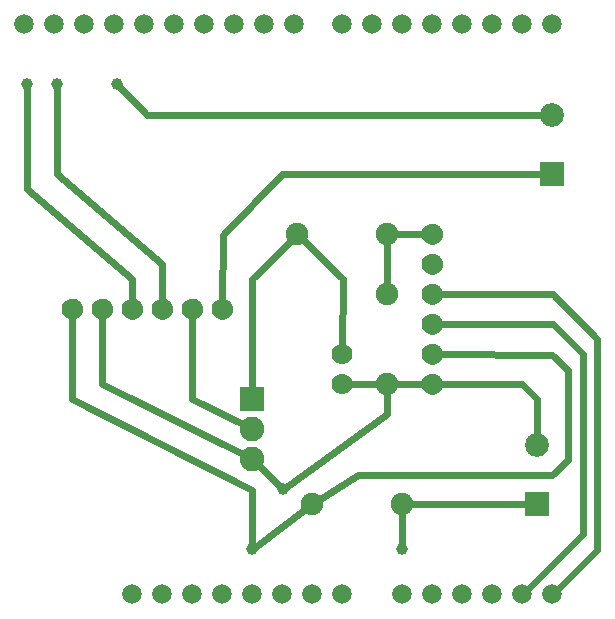
<source format=gbl>
G04 MADE WITH FRITZING*
G04 WWW.FRITZING.ORG*
G04 DOUBLE SIDED*
G04 HOLES PLATED*
G04 CONTOUR ON CENTER OF CONTOUR VECTOR*
%ASAXBY*%
%FSLAX23Y23*%
%MOIN*%
%OFA0B0*%
%SFA1.0B1.0*%
%ADD10C,0.039370*%
%ADD11C,0.070000*%
%ADD12C,0.079370*%
%ADD13C,0.065278*%
%ADD14C,0.082000*%
%ADD15C,0.075000*%
%ADD16R,0.079370X0.079370*%
%ADD17R,0.082000X0.082000*%
%ADD18C,0.024000*%
%ADD19R,0.001000X0.001000*%
%LNCOPPER0*%
G90*
G70*
G54D10*
X899Y252D03*
X1399Y252D03*
X1000Y453D03*
X249Y1802D03*
X149Y1802D03*
X449Y1802D03*
G54D11*
X1499Y802D03*
X1499Y902D03*
X1499Y1002D03*
X1499Y1102D03*
X1499Y1202D03*
X1499Y1302D03*
X299Y1052D03*
X399Y1052D03*
X499Y1052D03*
X599Y1052D03*
X699Y1052D03*
X799Y1052D03*
G54D12*
X1849Y402D03*
X1849Y599D03*
X1899Y1502D03*
X1899Y1699D03*
G54D13*
X1499Y102D03*
X1599Y102D03*
X1699Y102D03*
X1799Y102D03*
X1899Y102D03*
X1039Y2002D03*
X939Y2002D03*
X839Y2002D03*
X739Y2002D03*
X639Y2002D03*
X539Y2002D03*
X439Y2002D03*
X339Y2002D03*
X239Y2002D03*
X139Y2002D03*
X1899Y2002D03*
X1799Y2002D03*
X1699Y2002D03*
X1599Y2002D03*
X1499Y2002D03*
X1399Y2002D03*
X1299Y2002D03*
X1199Y2002D03*
X599Y102D03*
X499Y102D03*
X699Y102D03*
X799Y102D03*
X899Y102D03*
X999Y102D03*
X1099Y102D03*
X1199Y102D03*
X1399Y102D03*
G54D14*
X899Y752D03*
X899Y652D03*
X899Y552D03*
G54D15*
X1099Y402D03*
X1399Y402D03*
X1349Y802D03*
X1349Y1102D03*
X1349Y1302D03*
X1049Y1302D03*
G54D11*
X1199Y902D03*
X1199Y802D03*
G54D16*
X1849Y402D03*
X1899Y1502D03*
G54D17*
X899Y752D03*
G54D18*
X1214Y802D02*
X1331Y802D01*
D02*
X1399Y385D02*
X1399Y259D01*
D02*
X1416Y402D02*
X1829Y402D01*
D02*
X914Y538D02*
X994Y459D01*
D02*
X1348Y703D02*
X1349Y785D01*
D02*
X1006Y458D02*
X1348Y703D01*
D02*
X1349Y1285D02*
X1349Y1120D01*
D02*
X1200Y1154D02*
X1199Y917D01*
D02*
X1061Y1290D02*
X1200Y1154D01*
D02*
X897Y1154D02*
X1036Y1290D01*
D02*
X899Y773D02*
X897Y1154D01*
D02*
X1950Y551D02*
X1950Y851D01*
D02*
X1950Y851D02*
X1899Y901D01*
D02*
X1899Y501D02*
X1950Y551D01*
D02*
X1899Y901D02*
X1514Y902D01*
D02*
X1251Y501D02*
X1899Y501D01*
D02*
X1113Y412D02*
X1251Y501D01*
D02*
X905Y257D02*
X1085Y392D01*
D02*
X299Y753D02*
X299Y1037D01*
D02*
X897Y450D02*
X299Y753D01*
D02*
X899Y260D02*
X897Y450D01*
D02*
X699Y1037D02*
X699Y753D01*
D02*
X699Y753D02*
X880Y662D01*
D02*
X800Y1301D02*
X998Y1503D01*
D02*
X799Y1067D02*
X800Y1301D01*
D02*
X998Y1503D02*
X1879Y1502D01*
D02*
X399Y803D02*
X880Y562D01*
D02*
X399Y1037D02*
X399Y803D01*
D02*
X1900Y1003D02*
X2000Y904D01*
D02*
X2000Y904D02*
X2000Y303D01*
D02*
X1514Y1002D02*
X1900Y1003D01*
D02*
X2000Y303D02*
X1813Y117D01*
D02*
X598Y1204D02*
X248Y1503D01*
D02*
X248Y1503D02*
X249Y1794D01*
D02*
X599Y1067D02*
X598Y1204D01*
D02*
X1900Y1103D02*
X2048Y952D01*
D02*
X2048Y952D02*
X2048Y251D01*
D02*
X1514Y1102D02*
X1900Y1103D01*
D02*
X2048Y251D02*
X1913Y117D01*
D02*
X497Y1154D02*
X147Y1453D01*
D02*
X147Y1453D02*
X149Y1794D01*
D02*
X499Y1067D02*
X497Y1154D01*
D02*
X1366Y1302D02*
X1484Y1302D01*
D02*
X1366Y802D02*
X1484Y802D01*
D02*
X1798Y804D02*
X1514Y802D01*
D02*
X1849Y754D02*
X1798Y804D01*
D02*
X1849Y619D02*
X1849Y754D01*
D02*
X454Y1797D02*
X547Y1701D01*
D02*
X547Y1701D02*
X1879Y1699D01*
G54D19*
X1494Y1337D02*
X1504Y1337D01*
X1490Y1336D02*
X1509Y1336D01*
X1487Y1335D02*
X1511Y1335D01*
X1485Y1334D02*
X1514Y1334D01*
X1483Y1333D02*
X1516Y1333D01*
X1481Y1332D02*
X1517Y1332D01*
X1479Y1331D02*
X1519Y1331D01*
X1478Y1330D02*
X1520Y1330D01*
X1477Y1329D02*
X1522Y1329D01*
X1476Y1328D02*
X1523Y1328D01*
X1475Y1327D02*
X1524Y1327D01*
X1474Y1326D02*
X1525Y1326D01*
X1473Y1325D02*
X1525Y1325D01*
X1472Y1324D02*
X1526Y1324D01*
X1471Y1323D02*
X1527Y1323D01*
X1471Y1322D02*
X1528Y1322D01*
X1470Y1321D02*
X1528Y1321D01*
X1469Y1320D02*
X1529Y1320D01*
X1469Y1319D02*
X1529Y1319D01*
X1468Y1318D02*
X1530Y1318D01*
X1468Y1317D02*
X1494Y1317D01*
X1504Y1317D02*
X1530Y1317D01*
X1467Y1316D02*
X1492Y1316D01*
X1507Y1316D02*
X1531Y1316D01*
X1467Y1315D02*
X1490Y1315D01*
X1508Y1315D02*
X1531Y1315D01*
X1467Y1314D02*
X1489Y1314D01*
X1509Y1314D02*
X1531Y1314D01*
X1466Y1313D02*
X1488Y1313D01*
X1510Y1313D02*
X1532Y1313D01*
X1466Y1312D02*
X1487Y1312D01*
X1511Y1312D02*
X1532Y1312D01*
X1466Y1311D02*
X1486Y1311D01*
X1512Y1311D02*
X1532Y1311D01*
X1466Y1310D02*
X1485Y1310D01*
X1513Y1310D02*
X1533Y1310D01*
X1465Y1309D02*
X1485Y1309D01*
X1513Y1309D02*
X1533Y1309D01*
X1465Y1308D02*
X1484Y1308D01*
X1514Y1308D02*
X1533Y1308D01*
X1465Y1307D02*
X1484Y1307D01*
X1514Y1307D02*
X1533Y1307D01*
X1465Y1306D02*
X1484Y1306D01*
X1514Y1306D02*
X1533Y1306D01*
X1465Y1305D02*
X1484Y1305D01*
X1514Y1305D02*
X1533Y1305D01*
X1465Y1304D02*
X1484Y1304D01*
X1515Y1304D02*
X1534Y1304D01*
X1465Y1303D02*
X1484Y1303D01*
X1515Y1303D02*
X1534Y1303D01*
X1465Y1302D02*
X1484Y1302D01*
X1515Y1302D02*
X1534Y1302D01*
X1465Y1301D02*
X1484Y1301D01*
X1514Y1301D02*
X1533Y1301D01*
X1465Y1300D02*
X1484Y1300D01*
X1514Y1300D02*
X1533Y1300D01*
X1465Y1299D02*
X1484Y1299D01*
X1514Y1299D02*
X1533Y1299D01*
X1465Y1298D02*
X1484Y1298D01*
X1514Y1298D02*
X1533Y1298D01*
X1465Y1297D02*
X1485Y1297D01*
X1514Y1297D02*
X1533Y1297D01*
X1465Y1296D02*
X1485Y1296D01*
X1513Y1296D02*
X1533Y1296D01*
X1466Y1295D02*
X1486Y1295D01*
X1513Y1295D02*
X1533Y1295D01*
X1466Y1294D02*
X1486Y1294D01*
X1512Y1294D02*
X1532Y1294D01*
X1466Y1293D02*
X1487Y1293D01*
X1511Y1293D02*
X1532Y1293D01*
X1466Y1292D02*
X1488Y1292D01*
X1510Y1292D02*
X1532Y1292D01*
X1467Y1291D02*
X1489Y1291D01*
X1509Y1291D02*
X1531Y1291D01*
X1467Y1290D02*
X1490Y1290D01*
X1508Y1290D02*
X1531Y1290D01*
X1468Y1289D02*
X1492Y1289D01*
X1506Y1289D02*
X1531Y1289D01*
X1468Y1288D02*
X1495Y1288D01*
X1503Y1288D02*
X1530Y1288D01*
X1469Y1287D02*
X1530Y1287D01*
X1469Y1286D02*
X1529Y1286D01*
X1470Y1285D02*
X1529Y1285D01*
X1470Y1284D02*
X1528Y1284D01*
X1471Y1283D02*
X1527Y1283D01*
X1471Y1282D02*
X1527Y1282D01*
X1472Y1281D02*
X1526Y1281D01*
X1473Y1280D02*
X1525Y1280D01*
X1474Y1279D02*
X1524Y1279D01*
X1475Y1278D02*
X1523Y1278D01*
X1476Y1277D02*
X1522Y1277D01*
X1477Y1276D02*
X1521Y1276D01*
X1478Y1275D02*
X1520Y1275D01*
X1480Y1274D02*
X1519Y1274D01*
X1481Y1273D02*
X1517Y1273D01*
X1483Y1272D02*
X1515Y1272D01*
X1485Y1271D02*
X1513Y1271D01*
X1488Y1270D02*
X1511Y1270D01*
X1491Y1269D02*
X1508Y1269D01*
X1495Y1268D02*
X1503Y1268D01*
X1494Y1237D02*
X1505Y1237D01*
X1490Y1236D02*
X1509Y1236D01*
X1487Y1235D02*
X1511Y1235D01*
X1485Y1234D02*
X1514Y1234D01*
X1483Y1233D02*
X1516Y1233D01*
X1481Y1232D02*
X1517Y1232D01*
X1479Y1231D02*
X1519Y1231D01*
X1478Y1230D02*
X1520Y1230D01*
X1477Y1229D02*
X1522Y1229D01*
X1476Y1228D02*
X1523Y1228D01*
X1475Y1227D02*
X1524Y1227D01*
X1474Y1226D02*
X1525Y1226D01*
X1473Y1225D02*
X1525Y1225D01*
X1472Y1224D02*
X1526Y1224D01*
X1471Y1223D02*
X1527Y1223D01*
X1471Y1222D02*
X1528Y1222D01*
X1470Y1221D02*
X1528Y1221D01*
X1469Y1220D02*
X1529Y1220D01*
X1469Y1219D02*
X1529Y1219D01*
X1468Y1218D02*
X1530Y1218D01*
X1468Y1217D02*
X1494Y1217D01*
X1504Y1217D02*
X1530Y1217D01*
X1467Y1216D02*
X1492Y1216D01*
X1507Y1216D02*
X1531Y1216D01*
X1467Y1215D02*
X1490Y1215D01*
X1508Y1215D02*
X1531Y1215D01*
X1467Y1214D02*
X1489Y1214D01*
X1509Y1214D02*
X1531Y1214D01*
X1466Y1213D02*
X1488Y1213D01*
X1510Y1213D02*
X1532Y1213D01*
X1466Y1212D02*
X1487Y1212D01*
X1511Y1212D02*
X1532Y1212D01*
X1466Y1211D02*
X1486Y1211D01*
X1512Y1211D02*
X1532Y1211D01*
X1466Y1210D02*
X1485Y1210D01*
X1513Y1210D02*
X1533Y1210D01*
X1465Y1209D02*
X1485Y1209D01*
X1513Y1209D02*
X1533Y1209D01*
X1465Y1208D02*
X1484Y1208D01*
X1514Y1208D02*
X1533Y1208D01*
X1465Y1207D02*
X1484Y1207D01*
X1514Y1207D02*
X1533Y1207D01*
X1465Y1206D02*
X1484Y1206D01*
X1514Y1206D02*
X1533Y1206D01*
X1465Y1205D02*
X1484Y1205D01*
X1514Y1205D02*
X1533Y1205D01*
X1465Y1204D02*
X1484Y1204D01*
X1515Y1204D02*
X1534Y1204D01*
X1465Y1203D02*
X1484Y1203D01*
X1515Y1203D02*
X1534Y1203D01*
X1465Y1202D02*
X1484Y1202D01*
X1515Y1202D02*
X1534Y1202D01*
X1465Y1201D02*
X1484Y1201D01*
X1514Y1201D02*
X1533Y1201D01*
X1465Y1200D02*
X1484Y1200D01*
X1514Y1200D02*
X1533Y1200D01*
X1465Y1199D02*
X1484Y1199D01*
X1514Y1199D02*
X1533Y1199D01*
X1465Y1198D02*
X1484Y1198D01*
X1514Y1198D02*
X1533Y1198D01*
X1465Y1197D02*
X1485Y1197D01*
X1514Y1197D02*
X1533Y1197D01*
X1465Y1196D02*
X1485Y1196D01*
X1513Y1196D02*
X1533Y1196D01*
X1466Y1195D02*
X1486Y1195D01*
X1513Y1195D02*
X1533Y1195D01*
X1466Y1194D02*
X1486Y1194D01*
X1512Y1194D02*
X1532Y1194D01*
X1466Y1193D02*
X1487Y1193D01*
X1511Y1193D02*
X1532Y1193D01*
X1466Y1192D02*
X1488Y1192D01*
X1510Y1192D02*
X1532Y1192D01*
X1467Y1191D02*
X1489Y1191D01*
X1509Y1191D02*
X1531Y1191D01*
X1467Y1190D02*
X1490Y1190D01*
X1508Y1190D02*
X1531Y1190D01*
X1468Y1189D02*
X1492Y1189D01*
X1506Y1189D02*
X1531Y1189D01*
X1468Y1188D02*
X1495Y1188D01*
X1503Y1188D02*
X1530Y1188D01*
X1469Y1187D02*
X1530Y1187D01*
X1469Y1186D02*
X1529Y1186D01*
X1470Y1185D02*
X1529Y1185D01*
X1470Y1184D02*
X1528Y1184D01*
X1471Y1183D02*
X1527Y1183D01*
X1471Y1182D02*
X1527Y1182D01*
X1472Y1181D02*
X1526Y1181D01*
X1473Y1180D02*
X1525Y1180D01*
X1474Y1179D02*
X1524Y1179D01*
X1475Y1178D02*
X1523Y1178D01*
X1476Y1177D02*
X1522Y1177D01*
X1477Y1176D02*
X1521Y1176D01*
X1478Y1175D02*
X1520Y1175D01*
X1480Y1174D02*
X1519Y1174D01*
X1481Y1173D02*
X1517Y1173D01*
X1483Y1172D02*
X1515Y1172D01*
X1485Y1171D02*
X1513Y1171D01*
X1488Y1170D02*
X1511Y1170D01*
X1491Y1169D02*
X1508Y1169D01*
X1495Y1168D02*
X1503Y1168D01*
X1494Y1137D02*
X1505Y1137D01*
X1490Y1136D02*
X1509Y1136D01*
X1487Y1135D02*
X1511Y1135D01*
X1485Y1134D02*
X1514Y1134D01*
X1483Y1133D02*
X1516Y1133D01*
X1481Y1132D02*
X1517Y1132D01*
X1479Y1131D02*
X1519Y1131D01*
X1478Y1130D02*
X1520Y1130D01*
X1477Y1129D02*
X1522Y1129D01*
X1476Y1128D02*
X1523Y1128D01*
X1475Y1127D02*
X1524Y1127D01*
X1474Y1126D02*
X1525Y1126D01*
X1473Y1125D02*
X1525Y1125D01*
X1472Y1124D02*
X1526Y1124D01*
X1471Y1123D02*
X1527Y1123D01*
X1471Y1122D02*
X1528Y1122D01*
X1470Y1121D02*
X1528Y1121D01*
X1469Y1120D02*
X1529Y1120D01*
X1469Y1119D02*
X1529Y1119D01*
X1468Y1118D02*
X1530Y1118D01*
X1468Y1117D02*
X1494Y1117D01*
X1504Y1117D02*
X1530Y1117D01*
X1467Y1116D02*
X1492Y1116D01*
X1507Y1116D02*
X1531Y1116D01*
X1467Y1115D02*
X1490Y1115D01*
X1508Y1115D02*
X1531Y1115D01*
X1467Y1114D02*
X1489Y1114D01*
X1509Y1114D02*
X1531Y1114D01*
X1466Y1113D02*
X1488Y1113D01*
X1510Y1113D02*
X1532Y1113D01*
X1466Y1112D02*
X1487Y1112D01*
X1511Y1112D02*
X1532Y1112D01*
X1466Y1111D02*
X1486Y1111D01*
X1512Y1111D02*
X1532Y1111D01*
X1466Y1110D02*
X1485Y1110D01*
X1513Y1110D02*
X1533Y1110D01*
X1465Y1109D02*
X1485Y1109D01*
X1513Y1109D02*
X1533Y1109D01*
X1465Y1108D02*
X1484Y1108D01*
X1514Y1108D02*
X1533Y1108D01*
X1465Y1107D02*
X1484Y1107D01*
X1514Y1107D02*
X1533Y1107D01*
X1465Y1106D02*
X1484Y1106D01*
X1514Y1106D02*
X1533Y1106D01*
X1465Y1105D02*
X1484Y1105D01*
X1514Y1105D02*
X1533Y1105D01*
X1465Y1104D02*
X1484Y1104D01*
X1515Y1104D02*
X1534Y1104D01*
X1465Y1103D02*
X1484Y1103D01*
X1515Y1103D02*
X1534Y1103D01*
X1465Y1102D02*
X1484Y1102D01*
X1515Y1102D02*
X1534Y1102D01*
X1465Y1101D02*
X1484Y1101D01*
X1514Y1101D02*
X1533Y1101D01*
X1465Y1100D02*
X1484Y1100D01*
X1514Y1100D02*
X1533Y1100D01*
X1465Y1099D02*
X1484Y1099D01*
X1514Y1099D02*
X1533Y1099D01*
X1465Y1098D02*
X1484Y1098D01*
X1514Y1098D02*
X1533Y1098D01*
X1465Y1097D02*
X1485Y1097D01*
X1514Y1097D02*
X1533Y1097D01*
X1465Y1096D02*
X1485Y1096D01*
X1513Y1096D02*
X1533Y1096D01*
X1466Y1095D02*
X1486Y1095D01*
X1513Y1095D02*
X1533Y1095D01*
X1466Y1094D02*
X1486Y1094D01*
X1512Y1094D02*
X1532Y1094D01*
X1466Y1093D02*
X1487Y1093D01*
X1511Y1093D02*
X1532Y1093D01*
X1466Y1092D02*
X1488Y1092D01*
X1510Y1092D02*
X1532Y1092D01*
X1467Y1091D02*
X1489Y1091D01*
X1509Y1091D02*
X1531Y1091D01*
X1467Y1090D02*
X1490Y1090D01*
X1508Y1090D02*
X1531Y1090D01*
X1468Y1089D02*
X1492Y1089D01*
X1506Y1089D02*
X1531Y1089D01*
X1468Y1088D02*
X1495Y1088D01*
X1503Y1088D02*
X1530Y1088D01*
X294Y1087D02*
X305Y1087D01*
X394Y1087D02*
X405Y1087D01*
X494Y1087D02*
X505Y1087D01*
X594Y1087D02*
X605Y1087D01*
X694Y1087D02*
X705Y1087D01*
X794Y1087D02*
X805Y1087D01*
X1469Y1087D02*
X1530Y1087D01*
X290Y1086D02*
X309Y1086D01*
X390Y1086D02*
X409Y1086D01*
X490Y1086D02*
X509Y1086D01*
X590Y1086D02*
X609Y1086D01*
X690Y1086D02*
X709Y1086D01*
X790Y1086D02*
X809Y1086D01*
X1469Y1086D02*
X1529Y1086D01*
X287Y1085D02*
X312Y1085D01*
X387Y1085D02*
X412Y1085D01*
X487Y1085D02*
X512Y1085D01*
X587Y1085D02*
X612Y1085D01*
X687Y1085D02*
X712Y1085D01*
X787Y1085D02*
X811Y1085D01*
X1470Y1085D02*
X1529Y1085D01*
X285Y1084D02*
X314Y1084D01*
X385Y1084D02*
X414Y1084D01*
X485Y1084D02*
X514Y1084D01*
X585Y1084D02*
X614Y1084D01*
X685Y1084D02*
X714Y1084D01*
X785Y1084D02*
X814Y1084D01*
X1470Y1084D02*
X1528Y1084D01*
X283Y1083D02*
X316Y1083D01*
X383Y1083D02*
X416Y1083D01*
X483Y1083D02*
X516Y1083D01*
X583Y1083D02*
X616Y1083D01*
X683Y1083D02*
X716Y1083D01*
X783Y1083D02*
X816Y1083D01*
X1471Y1083D02*
X1527Y1083D01*
X281Y1082D02*
X318Y1082D01*
X381Y1082D02*
X418Y1082D01*
X481Y1082D02*
X518Y1082D01*
X581Y1082D02*
X618Y1082D01*
X681Y1082D02*
X717Y1082D01*
X781Y1082D02*
X817Y1082D01*
X1471Y1082D02*
X1527Y1082D01*
X279Y1081D02*
X319Y1081D01*
X379Y1081D02*
X419Y1081D01*
X479Y1081D02*
X519Y1081D01*
X579Y1081D02*
X619Y1081D01*
X679Y1081D02*
X719Y1081D01*
X779Y1081D02*
X819Y1081D01*
X1472Y1081D02*
X1526Y1081D01*
X278Y1080D02*
X320Y1080D01*
X378Y1080D02*
X420Y1080D01*
X478Y1080D02*
X520Y1080D01*
X578Y1080D02*
X620Y1080D01*
X678Y1080D02*
X720Y1080D01*
X778Y1080D02*
X820Y1080D01*
X1473Y1080D02*
X1525Y1080D01*
X277Y1079D02*
X322Y1079D01*
X377Y1079D02*
X422Y1079D01*
X477Y1079D02*
X522Y1079D01*
X577Y1079D02*
X622Y1079D01*
X677Y1079D02*
X722Y1079D01*
X777Y1079D02*
X822Y1079D01*
X1474Y1079D02*
X1524Y1079D01*
X276Y1078D02*
X323Y1078D01*
X376Y1078D02*
X423Y1078D01*
X476Y1078D02*
X523Y1078D01*
X576Y1078D02*
X623Y1078D01*
X676Y1078D02*
X723Y1078D01*
X776Y1078D02*
X823Y1078D01*
X1475Y1078D02*
X1523Y1078D01*
X275Y1077D02*
X324Y1077D01*
X375Y1077D02*
X424Y1077D01*
X475Y1077D02*
X524Y1077D01*
X575Y1077D02*
X624Y1077D01*
X675Y1077D02*
X724Y1077D01*
X775Y1077D02*
X824Y1077D01*
X1476Y1077D02*
X1522Y1077D01*
X274Y1076D02*
X325Y1076D01*
X374Y1076D02*
X425Y1076D01*
X474Y1076D02*
X525Y1076D01*
X574Y1076D02*
X625Y1076D01*
X674Y1076D02*
X725Y1076D01*
X774Y1076D02*
X825Y1076D01*
X1477Y1076D02*
X1521Y1076D01*
X273Y1075D02*
X326Y1075D01*
X373Y1075D02*
X426Y1075D01*
X473Y1075D02*
X526Y1075D01*
X573Y1075D02*
X626Y1075D01*
X673Y1075D02*
X726Y1075D01*
X773Y1075D02*
X826Y1075D01*
X1478Y1075D02*
X1520Y1075D01*
X272Y1074D02*
X326Y1074D01*
X372Y1074D02*
X426Y1074D01*
X472Y1074D02*
X526Y1074D01*
X572Y1074D02*
X626Y1074D01*
X672Y1074D02*
X726Y1074D01*
X772Y1074D02*
X826Y1074D01*
X1480Y1074D02*
X1519Y1074D01*
X271Y1073D02*
X327Y1073D01*
X371Y1073D02*
X427Y1073D01*
X471Y1073D02*
X527Y1073D01*
X571Y1073D02*
X627Y1073D01*
X671Y1073D02*
X727Y1073D01*
X771Y1073D02*
X827Y1073D01*
X1481Y1073D02*
X1517Y1073D01*
X271Y1072D02*
X328Y1072D01*
X371Y1072D02*
X428Y1072D01*
X471Y1072D02*
X528Y1072D01*
X571Y1072D02*
X628Y1072D01*
X671Y1072D02*
X728Y1072D01*
X771Y1072D02*
X828Y1072D01*
X1483Y1072D02*
X1515Y1072D01*
X270Y1071D02*
X328Y1071D01*
X370Y1071D02*
X428Y1071D01*
X470Y1071D02*
X528Y1071D01*
X570Y1071D02*
X628Y1071D01*
X670Y1071D02*
X728Y1071D01*
X770Y1071D02*
X828Y1071D01*
X1485Y1071D02*
X1513Y1071D01*
X270Y1070D02*
X329Y1070D01*
X370Y1070D02*
X429Y1070D01*
X470Y1070D02*
X529Y1070D01*
X570Y1070D02*
X629Y1070D01*
X670Y1070D02*
X729Y1070D01*
X770Y1070D02*
X829Y1070D01*
X1488Y1070D02*
X1511Y1070D01*
X269Y1069D02*
X330Y1069D01*
X369Y1069D02*
X430Y1069D01*
X469Y1069D02*
X529Y1069D01*
X569Y1069D02*
X629Y1069D01*
X669Y1069D02*
X729Y1069D01*
X769Y1069D02*
X829Y1069D01*
X1491Y1069D02*
X1508Y1069D01*
X269Y1068D02*
X330Y1068D01*
X369Y1068D02*
X430Y1068D01*
X469Y1068D02*
X530Y1068D01*
X569Y1068D02*
X630Y1068D01*
X668Y1068D02*
X730Y1068D01*
X768Y1068D02*
X830Y1068D01*
X1495Y1068D02*
X1503Y1068D01*
X268Y1067D02*
X294Y1067D01*
X304Y1067D02*
X330Y1067D01*
X368Y1067D02*
X394Y1067D01*
X404Y1067D02*
X430Y1067D01*
X468Y1067D02*
X494Y1067D01*
X504Y1067D02*
X530Y1067D01*
X568Y1067D02*
X594Y1067D01*
X604Y1067D02*
X630Y1067D01*
X668Y1067D02*
X694Y1067D01*
X704Y1067D02*
X730Y1067D01*
X768Y1067D02*
X794Y1067D01*
X804Y1067D02*
X830Y1067D01*
X268Y1066D02*
X292Y1066D01*
X307Y1066D02*
X331Y1066D01*
X368Y1066D02*
X392Y1066D01*
X407Y1066D02*
X431Y1066D01*
X468Y1066D02*
X492Y1066D01*
X507Y1066D02*
X531Y1066D01*
X568Y1066D02*
X592Y1066D01*
X607Y1066D02*
X631Y1066D01*
X668Y1066D02*
X692Y1066D01*
X707Y1066D02*
X731Y1066D01*
X768Y1066D02*
X792Y1066D01*
X807Y1066D02*
X831Y1066D01*
X267Y1065D02*
X290Y1065D01*
X308Y1065D02*
X331Y1065D01*
X367Y1065D02*
X390Y1065D01*
X408Y1065D02*
X431Y1065D01*
X467Y1065D02*
X490Y1065D01*
X508Y1065D02*
X531Y1065D01*
X567Y1065D02*
X590Y1065D01*
X608Y1065D02*
X631Y1065D01*
X667Y1065D02*
X690Y1065D01*
X708Y1065D02*
X731Y1065D01*
X767Y1065D02*
X790Y1065D01*
X808Y1065D02*
X831Y1065D01*
X267Y1064D02*
X289Y1064D01*
X310Y1064D02*
X332Y1064D01*
X367Y1064D02*
X389Y1064D01*
X410Y1064D02*
X432Y1064D01*
X467Y1064D02*
X489Y1064D01*
X509Y1064D02*
X532Y1064D01*
X567Y1064D02*
X589Y1064D01*
X609Y1064D02*
X632Y1064D01*
X667Y1064D02*
X689Y1064D01*
X709Y1064D02*
X732Y1064D01*
X767Y1064D02*
X789Y1064D01*
X809Y1064D02*
X832Y1064D01*
X267Y1063D02*
X288Y1063D01*
X311Y1063D02*
X332Y1063D01*
X367Y1063D02*
X388Y1063D01*
X411Y1063D02*
X432Y1063D01*
X466Y1063D02*
X488Y1063D01*
X511Y1063D02*
X532Y1063D01*
X566Y1063D02*
X588Y1063D01*
X611Y1063D02*
X632Y1063D01*
X666Y1063D02*
X688Y1063D01*
X711Y1063D02*
X732Y1063D01*
X766Y1063D02*
X788Y1063D01*
X811Y1063D02*
X832Y1063D01*
X266Y1062D02*
X287Y1062D01*
X311Y1062D02*
X332Y1062D01*
X366Y1062D02*
X387Y1062D01*
X411Y1062D02*
X432Y1062D01*
X466Y1062D02*
X487Y1062D01*
X511Y1062D02*
X532Y1062D01*
X566Y1062D02*
X587Y1062D01*
X611Y1062D02*
X632Y1062D01*
X666Y1062D02*
X687Y1062D01*
X711Y1062D02*
X732Y1062D01*
X766Y1062D02*
X787Y1062D01*
X811Y1062D02*
X832Y1062D01*
X266Y1061D02*
X286Y1061D01*
X312Y1061D02*
X333Y1061D01*
X366Y1061D02*
X386Y1061D01*
X412Y1061D02*
X433Y1061D01*
X466Y1061D02*
X486Y1061D01*
X512Y1061D02*
X533Y1061D01*
X566Y1061D02*
X586Y1061D01*
X612Y1061D02*
X633Y1061D01*
X666Y1061D02*
X686Y1061D01*
X712Y1061D02*
X733Y1061D01*
X766Y1061D02*
X786Y1061D01*
X812Y1061D02*
X833Y1061D01*
X266Y1060D02*
X286Y1060D01*
X313Y1060D02*
X333Y1060D01*
X366Y1060D02*
X386Y1060D01*
X413Y1060D02*
X433Y1060D01*
X466Y1060D02*
X486Y1060D01*
X513Y1060D02*
X533Y1060D01*
X566Y1060D02*
X586Y1060D01*
X613Y1060D02*
X633Y1060D01*
X666Y1060D02*
X686Y1060D01*
X713Y1060D02*
X733Y1060D01*
X766Y1060D02*
X786Y1060D01*
X813Y1060D02*
X833Y1060D01*
X265Y1059D02*
X285Y1059D01*
X314Y1059D02*
X333Y1059D01*
X365Y1059D02*
X385Y1059D01*
X413Y1059D02*
X433Y1059D01*
X465Y1059D02*
X485Y1059D01*
X513Y1059D02*
X533Y1059D01*
X565Y1059D02*
X585Y1059D01*
X613Y1059D02*
X633Y1059D01*
X665Y1059D02*
X685Y1059D01*
X713Y1059D02*
X733Y1059D01*
X765Y1059D02*
X785Y1059D01*
X813Y1059D02*
X833Y1059D01*
X265Y1058D02*
X285Y1058D01*
X314Y1058D02*
X333Y1058D01*
X365Y1058D02*
X385Y1058D01*
X414Y1058D02*
X433Y1058D01*
X465Y1058D02*
X485Y1058D01*
X514Y1058D02*
X533Y1058D01*
X565Y1058D02*
X585Y1058D01*
X614Y1058D02*
X633Y1058D01*
X665Y1058D02*
X685Y1058D01*
X714Y1058D02*
X733Y1058D01*
X765Y1058D02*
X785Y1058D01*
X814Y1058D02*
X833Y1058D01*
X265Y1057D02*
X284Y1057D01*
X314Y1057D02*
X333Y1057D01*
X365Y1057D02*
X384Y1057D01*
X414Y1057D02*
X433Y1057D01*
X465Y1057D02*
X484Y1057D01*
X514Y1057D02*
X533Y1057D01*
X565Y1057D02*
X584Y1057D01*
X614Y1057D02*
X633Y1057D01*
X665Y1057D02*
X684Y1057D01*
X714Y1057D02*
X733Y1057D01*
X765Y1057D02*
X784Y1057D01*
X814Y1057D02*
X833Y1057D01*
X265Y1056D02*
X284Y1056D01*
X314Y1056D02*
X334Y1056D01*
X365Y1056D02*
X384Y1056D01*
X414Y1056D02*
X434Y1056D01*
X465Y1056D02*
X484Y1056D01*
X514Y1056D02*
X534Y1056D01*
X565Y1056D02*
X584Y1056D01*
X614Y1056D02*
X634Y1056D01*
X665Y1056D02*
X684Y1056D01*
X714Y1056D02*
X734Y1056D01*
X765Y1056D02*
X784Y1056D01*
X814Y1056D02*
X833Y1056D01*
X265Y1055D02*
X284Y1055D01*
X315Y1055D02*
X334Y1055D01*
X365Y1055D02*
X384Y1055D01*
X415Y1055D02*
X434Y1055D01*
X465Y1055D02*
X484Y1055D01*
X515Y1055D02*
X534Y1055D01*
X565Y1055D02*
X584Y1055D01*
X615Y1055D02*
X634Y1055D01*
X665Y1055D02*
X684Y1055D01*
X715Y1055D02*
X734Y1055D01*
X765Y1055D02*
X784Y1055D01*
X815Y1055D02*
X834Y1055D01*
X265Y1054D02*
X284Y1054D01*
X315Y1054D02*
X334Y1054D01*
X365Y1054D02*
X384Y1054D01*
X415Y1054D02*
X434Y1054D01*
X465Y1054D02*
X484Y1054D01*
X515Y1054D02*
X534Y1054D01*
X565Y1054D02*
X584Y1054D01*
X615Y1054D02*
X634Y1054D01*
X665Y1054D02*
X684Y1054D01*
X715Y1054D02*
X734Y1054D01*
X765Y1054D02*
X784Y1054D01*
X815Y1054D02*
X834Y1054D01*
X265Y1053D02*
X284Y1053D01*
X315Y1053D02*
X334Y1053D01*
X365Y1053D02*
X384Y1053D01*
X415Y1053D02*
X434Y1053D01*
X465Y1053D02*
X484Y1053D01*
X515Y1053D02*
X534Y1053D01*
X565Y1053D02*
X584Y1053D01*
X615Y1053D02*
X634Y1053D01*
X665Y1053D02*
X684Y1053D01*
X715Y1053D02*
X734Y1053D01*
X765Y1053D02*
X784Y1053D01*
X815Y1053D02*
X834Y1053D01*
X265Y1052D02*
X284Y1052D01*
X315Y1052D02*
X334Y1052D01*
X365Y1052D02*
X384Y1052D01*
X415Y1052D02*
X434Y1052D01*
X465Y1052D02*
X484Y1052D01*
X515Y1052D02*
X534Y1052D01*
X565Y1052D02*
X584Y1052D01*
X615Y1052D02*
X634Y1052D01*
X665Y1052D02*
X684Y1052D01*
X715Y1052D02*
X734Y1052D01*
X765Y1052D02*
X784Y1052D01*
X815Y1052D02*
X834Y1052D01*
X265Y1051D02*
X284Y1051D01*
X315Y1051D02*
X334Y1051D01*
X365Y1051D02*
X384Y1051D01*
X415Y1051D02*
X434Y1051D01*
X465Y1051D02*
X484Y1051D01*
X515Y1051D02*
X534Y1051D01*
X565Y1051D02*
X584Y1051D01*
X615Y1051D02*
X634Y1051D01*
X665Y1051D02*
X684Y1051D01*
X715Y1051D02*
X734Y1051D01*
X765Y1051D02*
X784Y1051D01*
X815Y1051D02*
X834Y1051D01*
X265Y1050D02*
X284Y1050D01*
X315Y1050D02*
X334Y1050D01*
X365Y1050D02*
X384Y1050D01*
X415Y1050D02*
X434Y1050D01*
X465Y1050D02*
X484Y1050D01*
X515Y1050D02*
X534Y1050D01*
X565Y1050D02*
X584Y1050D01*
X615Y1050D02*
X634Y1050D01*
X665Y1050D02*
X684Y1050D01*
X715Y1050D02*
X734Y1050D01*
X765Y1050D02*
X784Y1050D01*
X815Y1050D02*
X834Y1050D01*
X265Y1049D02*
X284Y1049D01*
X314Y1049D02*
X334Y1049D01*
X365Y1049D02*
X384Y1049D01*
X414Y1049D02*
X434Y1049D01*
X465Y1049D02*
X484Y1049D01*
X514Y1049D02*
X533Y1049D01*
X565Y1049D02*
X584Y1049D01*
X614Y1049D02*
X633Y1049D01*
X665Y1049D02*
X684Y1049D01*
X714Y1049D02*
X733Y1049D01*
X765Y1049D02*
X784Y1049D01*
X814Y1049D02*
X833Y1049D01*
X265Y1048D02*
X284Y1048D01*
X314Y1048D02*
X333Y1048D01*
X365Y1048D02*
X384Y1048D01*
X414Y1048D02*
X433Y1048D01*
X465Y1048D02*
X484Y1048D01*
X514Y1048D02*
X533Y1048D01*
X565Y1048D02*
X584Y1048D01*
X614Y1048D02*
X633Y1048D01*
X665Y1048D02*
X684Y1048D01*
X714Y1048D02*
X733Y1048D01*
X765Y1048D02*
X784Y1048D01*
X814Y1048D02*
X833Y1048D01*
X265Y1047D02*
X285Y1047D01*
X314Y1047D02*
X333Y1047D01*
X365Y1047D02*
X385Y1047D01*
X414Y1047D02*
X433Y1047D01*
X465Y1047D02*
X485Y1047D01*
X514Y1047D02*
X533Y1047D01*
X565Y1047D02*
X585Y1047D01*
X614Y1047D02*
X633Y1047D01*
X665Y1047D02*
X685Y1047D01*
X714Y1047D02*
X733Y1047D01*
X765Y1047D02*
X785Y1047D01*
X814Y1047D02*
X833Y1047D01*
X266Y1046D02*
X285Y1046D01*
X313Y1046D02*
X333Y1046D01*
X366Y1046D02*
X385Y1046D01*
X413Y1046D02*
X433Y1046D01*
X465Y1046D02*
X485Y1046D01*
X513Y1046D02*
X533Y1046D01*
X565Y1046D02*
X585Y1046D01*
X613Y1046D02*
X633Y1046D01*
X665Y1046D02*
X685Y1046D01*
X713Y1046D02*
X733Y1046D01*
X765Y1046D02*
X785Y1046D01*
X813Y1046D02*
X833Y1046D01*
X266Y1045D02*
X286Y1045D01*
X313Y1045D02*
X333Y1045D01*
X366Y1045D02*
X386Y1045D01*
X413Y1045D02*
X433Y1045D01*
X466Y1045D02*
X486Y1045D01*
X513Y1045D02*
X533Y1045D01*
X566Y1045D02*
X586Y1045D01*
X613Y1045D02*
X633Y1045D01*
X666Y1045D02*
X686Y1045D01*
X713Y1045D02*
X733Y1045D01*
X766Y1045D02*
X786Y1045D01*
X813Y1045D02*
X833Y1045D01*
X266Y1044D02*
X286Y1044D01*
X312Y1044D02*
X332Y1044D01*
X366Y1044D02*
X386Y1044D01*
X412Y1044D02*
X432Y1044D01*
X466Y1044D02*
X486Y1044D01*
X512Y1044D02*
X532Y1044D01*
X566Y1044D02*
X586Y1044D01*
X612Y1044D02*
X632Y1044D01*
X666Y1044D02*
X686Y1044D01*
X712Y1044D02*
X732Y1044D01*
X766Y1044D02*
X786Y1044D01*
X812Y1044D02*
X832Y1044D01*
X266Y1043D02*
X287Y1043D01*
X311Y1043D02*
X332Y1043D01*
X366Y1043D02*
X387Y1043D01*
X411Y1043D02*
X432Y1043D01*
X466Y1043D02*
X487Y1043D01*
X511Y1043D02*
X532Y1043D01*
X566Y1043D02*
X587Y1043D01*
X611Y1043D02*
X632Y1043D01*
X666Y1043D02*
X687Y1043D01*
X711Y1043D02*
X732Y1043D01*
X766Y1043D02*
X787Y1043D01*
X811Y1043D02*
X832Y1043D01*
X267Y1042D02*
X288Y1042D01*
X310Y1042D02*
X332Y1042D01*
X367Y1042D02*
X388Y1042D01*
X410Y1042D02*
X432Y1042D01*
X467Y1042D02*
X488Y1042D01*
X510Y1042D02*
X532Y1042D01*
X567Y1042D02*
X588Y1042D01*
X610Y1042D02*
X632Y1042D01*
X667Y1042D02*
X688Y1042D01*
X710Y1042D02*
X732Y1042D01*
X767Y1042D02*
X788Y1042D01*
X810Y1042D02*
X832Y1042D01*
X267Y1041D02*
X289Y1041D01*
X309Y1041D02*
X332Y1041D01*
X367Y1041D02*
X389Y1041D01*
X409Y1041D02*
X432Y1041D01*
X467Y1041D02*
X489Y1041D01*
X509Y1041D02*
X532Y1041D01*
X567Y1041D02*
X589Y1041D01*
X609Y1041D02*
X631Y1041D01*
X667Y1041D02*
X689Y1041D01*
X709Y1041D02*
X731Y1041D01*
X767Y1041D02*
X789Y1041D01*
X809Y1041D02*
X831Y1041D01*
X267Y1040D02*
X291Y1040D01*
X308Y1040D02*
X331Y1040D01*
X367Y1040D02*
X391Y1040D01*
X408Y1040D02*
X431Y1040D01*
X467Y1040D02*
X491Y1040D01*
X508Y1040D02*
X531Y1040D01*
X567Y1040D02*
X591Y1040D01*
X608Y1040D02*
X631Y1040D01*
X667Y1040D02*
X691Y1040D01*
X708Y1040D02*
X731Y1040D01*
X767Y1040D02*
X790Y1040D01*
X808Y1040D02*
X831Y1040D01*
X268Y1039D02*
X292Y1039D01*
X306Y1039D02*
X331Y1039D01*
X368Y1039D02*
X392Y1039D01*
X406Y1039D02*
X431Y1039D01*
X468Y1039D02*
X492Y1039D01*
X506Y1039D02*
X531Y1039D01*
X568Y1039D02*
X592Y1039D01*
X606Y1039D02*
X631Y1039D01*
X668Y1039D02*
X692Y1039D01*
X706Y1039D02*
X731Y1039D01*
X768Y1039D02*
X792Y1039D01*
X806Y1039D02*
X831Y1039D01*
X268Y1038D02*
X295Y1038D01*
X303Y1038D02*
X330Y1038D01*
X368Y1038D02*
X395Y1038D01*
X403Y1038D02*
X430Y1038D01*
X468Y1038D02*
X495Y1038D01*
X503Y1038D02*
X530Y1038D01*
X568Y1038D02*
X595Y1038D01*
X603Y1038D02*
X630Y1038D01*
X668Y1038D02*
X695Y1038D01*
X703Y1038D02*
X730Y1038D01*
X768Y1038D02*
X795Y1038D01*
X803Y1038D02*
X830Y1038D01*
X269Y1037D02*
X330Y1037D01*
X369Y1037D02*
X430Y1037D01*
X469Y1037D02*
X530Y1037D01*
X569Y1037D02*
X630Y1037D01*
X669Y1037D02*
X730Y1037D01*
X769Y1037D02*
X830Y1037D01*
X1493Y1037D02*
X1505Y1037D01*
X269Y1036D02*
X329Y1036D01*
X369Y1036D02*
X429Y1036D01*
X469Y1036D02*
X529Y1036D01*
X569Y1036D02*
X629Y1036D01*
X669Y1036D02*
X729Y1036D01*
X769Y1036D02*
X829Y1036D01*
X1490Y1036D02*
X1509Y1036D01*
X270Y1035D02*
X329Y1035D01*
X370Y1035D02*
X429Y1035D01*
X470Y1035D02*
X529Y1035D01*
X570Y1035D02*
X629Y1035D01*
X670Y1035D02*
X729Y1035D01*
X770Y1035D02*
X829Y1035D01*
X1487Y1035D02*
X1511Y1035D01*
X270Y1034D02*
X328Y1034D01*
X370Y1034D02*
X428Y1034D01*
X470Y1034D02*
X528Y1034D01*
X570Y1034D02*
X628Y1034D01*
X670Y1034D02*
X728Y1034D01*
X770Y1034D02*
X828Y1034D01*
X1485Y1034D02*
X1514Y1034D01*
X271Y1033D02*
X328Y1033D01*
X371Y1033D02*
X428Y1033D01*
X471Y1033D02*
X528Y1033D01*
X571Y1033D02*
X628Y1033D01*
X671Y1033D02*
X728Y1033D01*
X771Y1033D02*
X828Y1033D01*
X1483Y1033D02*
X1516Y1033D01*
X272Y1032D02*
X327Y1032D01*
X372Y1032D02*
X427Y1032D01*
X472Y1032D02*
X527Y1032D01*
X572Y1032D02*
X627Y1032D01*
X672Y1032D02*
X727Y1032D01*
X772Y1032D02*
X827Y1032D01*
X1481Y1032D02*
X1517Y1032D01*
X272Y1031D02*
X326Y1031D01*
X372Y1031D02*
X426Y1031D01*
X472Y1031D02*
X526Y1031D01*
X572Y1031D02*
X626Y1031D01*
X672Y1031D02*
X726Y1031D01*
X772Y1031D02*
X826Y1031D01*
X1479Y1031D02*
X1519Y1031D01*
X273Y1030D02*
X325Y1030D01*
X373Y1030D02*
X425Y1030D01*
X473Y1030D02*
X525Y1030D01*
X573Y1030D02*
X625Y1030D01*
X673Y1030D02*
X725Y1030D01*
X773Y1030D02*
X825Y1030D01*
X1478Y1030D02*
X1520Y1030D01*
X274Y1029D02*
X324Y1029D01*
X374Y1029D02*
X424Y1029D01*
X474Y1029D02*
X524Y1029D01*
X574Y1029D02*
X624Y1029D01*
X674Y1029D02*
X724Y1029D01*
X774Y1029D02*
X824Y1029D01*
X1477Y1029D02*
X1522Y1029D01*
X275Y1028D02*
X324Y1028D01*
X375Y1028D02*
X424Y1028D01*
X475Y1028D02*
X524Y1028D01*
X575Y1028D02*
X624Y1028D01*
X675Y1028D02*
X724Y1028D01*
X775Y1028D02*
X824Y1028D01*
X1476Y1028D02*
X1523Y1028D01*
X276Y1027D02*
X323Y1027D01*
X376Y1027D02*
X422Y1027D01*
X476Y1027D02*
X522Y1027D01*
X576Y1027D02*
X622Y1027D01*
X676Y1027D02*
X722Y1027D01*
X776Y1027D02*
X822Y1027D01*
X1474Y1027D02*
X1524Y1027D01*
X277Y1026D02*
X321Y1026D01*
X377Y1026D02*
X421Y1026D01*
X477Y1026D02*
X521Y1026D01*
X577Y1026D02*
X621Y1026D01*
X677Y1026D02*
X721Y1026D01*
X777Y1026D02*
X821Y1026D01*
X1474Y1026D02*
X1525Y1026D01*
X278Y1025D02*
X320Y1025D01*
X378Y1025D02*
X420Y1025D01*
X478Y1025D02*
X520Y1025D01*
X578Y1025D02*
X620Y1025D01*
X678Y1025D02*
X720Y1025D01*
X778Y1025D02*
X820Y1025D01*
X1473Y1025D02*
X1525Y1025D01*
X280Y1024D02*
X319Y1024D01*
X380Y1024D02*
X419Y1024D01*
X480Y1024D02*
X519Y1024D01*
X580Y1024D02*
X619Y1024D01*
X680Y1024D02*
X719Y1024D01*
X780Y1024D02*
X819Y1024D01*
X1472Y1024D02*
X1526Y1024D01*
X282Y1023D02*
X317Y1023D01*
X381Y1023D02*
X417Y1023D01*
X481Y1023D02*
X517Y1023D01*
X581Y1023D02*
X617Y1023D01*
X681Y1023D02*
X717Y1023D01*
X781Y1023D02*
X817Y1023D01*
X1471Y1023D02*
X1527Y1023D01*
X283Y1022D02*
X315Y1022D01*
X383Y1022D02*
X415Y1022D01*
X483Y1022D02*
X515Y1022D01*
X583Y1022D02*
X615Y1022D01*
X683Y1022D02*
X715Y1022D01*
X783Y1022D02*
X815Y1022D01*
X1471Y1022D02*
X1528Y1022D01*
X285Y1021D02*
X313Y1021D01*
X385Y1021D02*
X413Y1021D01*
X485Y1021D02*
X513Y1021D01*
X585Y1021D02*
X613Y1021D01*
X685Y1021D02*
X713Y1021D01*
X785Y1021D02*
X813Y1021D01*
X1470Y1021D02*
X1528Y1021D01*
X288Y1020D02*
X311Y1020D01*
X388Y1020D02*
X411Y1020D01*
X488Y1020D02*
X511Y1020D01*
X588Y1020D02*
X611Y1020D01*
X688Y1020D02*
X711Y1020D01*
X788Y1020D02*
X811Y1020D01*
X1469Y1020D02*
X1529Y1020D01*
X291Y1019D02*
X308Y1019D01*
X391Y1019D02*
X408Y1019D01*
X491Y1019D02*
X508Y1019D01*
X591Y1019D02*
X608Y1019D01*
X691Y1019D02*
X708Y1019D01*
X791Y1019D02*
X808Y1019D01*
X1469Y1019D02*
X1529Y1019D01*
X296Y1018D02*
X303Y1018D01*
X395Y1018D02*
X403Y1018D01*
X495Y1018D02*
X503Y1018D01*
X595Y1018D02*
X603Y1018D01*
X695Y1018D02*
X703Y1018D01*
X795Y1018D02*
X803Y1018D01*
X1468Y1018D02*
X1530Y1018D01*
X1468Y1017D02*
X1494Y1017D01*
X1504Y1017D02*
X1530Y1017D01*
X1467Y1016D02*
X1492Y1016D01*
X1507Y1016D02*
X1531Y1016D01*
X1467Y1015D02*
X1490Y1015D01*
X1508Y1015D02*
X1531Y1015D01*
X1467Y1014D02*
X1489Y1014D01*
X1509Y1014D02*
X1531Y1014D01*
X1466Y1013D02*
X1488Y1013D01*
X1510Y1013D02*
X1532Y1013D01*
X1466Y1012D02*
X1487Y1012D01*
X1511Y1012D02*
X1532Y1012D01*
X1466Y1011D02*
X1486Y1011D01*
X1512Y1011D02*
X1532Y1011D01*
X1466Y1010D02*
X1485Y1010D01*
X1513Y1010D02*
X1533Y1010D01*
X1465Y1009D02*
X1485Y1009D01*
X1513Y1009D02*
X1533Y1009D01*
X1465Y1008D02*
X1484Y1008D01*
X1514Y1008D02*
X1533Y1008D01*
X1465Y1007D02*
X1484Y1007D01*
X1514Y1007D02*
X1533Y1007D01*
X1465Y1006D02*
X1484Y1006D01*
X1514Y1006D02*
X1533Y1006D01*
X1465Y1005D02*
X1484Y1005D01*
X1514Y1005D02*
X1533Y1005D01*
X1465Y1004D02*
X1484Y1004D01*
X1515Y1004D02*
X1534Y1004D01*
X1465Y1003D02*
X1484Y1003D01*
X1515Y1003D02*
X1534Y1003D01*
X1465Y1002D02*
X1484Y1002D01*
X1515Y1002D02*
X1534Y1002D01*
X1465Y1001D02*
X1484Y1001D01*
X1514Y1001D02*
X1533Y1001D01*
X1465Y1000D02*
X1484Y1000D01*
X1514Y1000D02*
X1533Y1000D01*
X1465Y999D02*
X1484Y999D01*
X1514Y999D02*
X1533Y999D01*
X1465Y998D02*
X1484Y998D01*
X1514Y998D02*
X1533Y998D01*
X1465Y997D02*
X1485Y997D01*
X1514Y997D02*
X1533Y997D01*
X1465Y996D02*
X1485Y996D01*
X1513Y996D02*
X1533Y996D01*
X1466Y995D02*
X1486Y995D01*
X1513Y995D02*
X1533Y995D01*
X1466Y994D02*
X1486Y994D01*
X1512Y994D02*
X1532Y994D01*
X1466Y993D02*
X1487Y993D01*
X1511Y993D02*
X1532Y993D01*
X1466Y992D02*
X1488Y992D01*
X1510Y992D02*
X1532Y992D01*
X1467Y991D02*
X1489Y991D01*
X1509Y991D02*
X1531Y991D01*
X1467Y990D02*
X1490Y990D01*
X1508Y990D02*
X1531Y990D01*
X1468Y989D02*
X1492Y989D01*
X1506Y989D02*
X1531Y989D01*
X1468Y988D02*
X1495Y988D01*
X1503Y988D02*
X1530Y988D01*
X1469Y987D02*
X1530Y987D01*
X1469Y986D02*
X1529Y986D01*
X1470Y985D02*
X1529Y985D01*
X1470Y984D02*
X1528Y984D01*
X1471Y983D02*
X1527Y983D01*
X1471Y982D02*
X1527Y982D01*
X1472Y981D02*
X1526Y981D01*
X1473Y980D02*
X1525Y980D01*
X1474Y979D02*
X1524Y979D01*
X1475Y978D02*
X1523Y978D01*
X1476Y977D02*
X1522Y977D01*
X1477Y976D02*
X1521Y976D01*
X1478Y975D02*
X1520Y975D01*
X1480Y974D02*
X1518Y974D01*
X1481Y973D02*
X1517Y973D01*
X1483Y972D02*
X1515Y972D01*
X1485Y971D02*
X1513Y971D01*
X1488Y970D02*
X1511Y970D01*
X1491Y969D02*
X1508Y969D01*
X1495Y968D02*
X1503Y968D01*
X1493Y937D02*
X1505Y937D01*
X1490Y936D02*
X1509Y936D01*
X1487Y935D02*
X1511Y935D01*
X1484Y934D02*
X1514Y934D01*
X1482Y933D02*
X1516Y933D01*
X1481Y932D02*
X1517Y932D01*
X1479Y931D02*
X1519Y931D01*
X1478Y930D02*
X1520Y930D01*
X1477Y929D02*
X1522Y929D01*
X1475Y928D02*
X1523Y928D01*
X1474Y927D02*
X1524Y927D01*
X1474Y926D02*
X1525Y926D01*
X1473Y925D02*
X1525Y925D01*
X1472Y924D02*
X1526Y924D01*
X1471Y923D02*
X1527Y923D01*
X1471Y922D02*
X1528Y922D01*
X1470Y921D02*
X1528Y921D01*
X1469Y920D02*
X1529Y920D01*
X1469Y919D02*
X1529Y919D01*
X1468Y918D02*
X1530Y918D01*
X1468Y917D02*
X1494Y917D01*
X1504Y917D02*
X1530Y917D01*
X1467Y916D02*
X1492Y916D01*
X1507Y916D02*
X1531Y916D01*
X1467Y915D02*
X1490Y915D01*
X1508Y915D02*
X1531Y915D01*
X1467Y914D02*
X1489Y914D01*
X1509Y914D02*
X1531Y914D01*
X1466Y913D02*
X1488Y913D01*
X1510Y913D02*
X1532Y913D01*
X1466Y912D02*
X1487Y912D01*
X1511Y912D02*
X1532Y912D01*
X1466Y911D02*
X1486Y911D01*
X1512Y911D02*
X1532Y911D01*
X1466Y910D02*
X1485Y910D01*
X1513Y910D02*
X1533Y910D01*
X1465Y909D02*
X1485Y909D01*
X1513Y909D02*
X1533Y909D01*
X1465Y908D02*
X1484Y908D01*
X1514Y908D02*
X1533Y908D01*
X1465Y907D02*
X1484Y907D01*
X1514Y907D02*
X1533Y907D01*
X1465Y906D02*
X1484Y906D01*
X1514Y906D02*
X1533Y906D01*
X1465Y905D02*
X1484Y905D01*
X1514Y905D02*
X1533Y905D01*
X1465Y904D02*
X1484Y904D01*
X1515Y904D02*
X1534Y904D01*
X1465Y903D02*
X1484Y903D01*
X1515Y903D02*
X1534Y903D01*
X1465Y902D02*
X1484Y902D01*
X1515Y902D02*
X1534Y902D01*
X1465Y901D02*
X1484Y901D01*
X1514Y901D02*
X1533Y901D01*
X1465Y900D02*
X1484Y900D01*
X1514Y900D02*
X1533Y900D01*
X1465Y899D02*
X1484Y899D01*
X1514Y899D02*
X1533Y899D01*
X1465Y898D02*
X1484Y898D01*
X1514Y898D02*
X1533Y898D01*
X1465Y897D02*
X1485Y897D01*
X1514Y897D02*
X1533Y897D01*
X1465Y896D02*
X1485Y896D01*
X1513Y896D02*
X1533Y896D01*
X1466Y895D02*
X1486Y895D01*
X1513Y895D02*
X1533Y895D01*
X1466Y894D02*
X1486Y894D01*
X1512Y894D02*
X1532Y894D01*
X1466Y893D02*
X1487Y893D01*
X1511Y893D02*
X1532Y893D01*
X1466Y892D02*
X1488Y892D01*
X1510Y892D02*
X1532Y892D01*
X1467Y891D02*
X1489Y891D01*
X1509Y891D02*
X1531Y891D01*
X1467Y890D02*
X1490Y890D01*
X1508Y890D02*
X1531Y890D01*
X1468Y889D02*
X1492Y889D01*
X1506Y889D02*
X1531Y889D01*
X1468Y888D02*
X1495Y888D01*
X1503Y888D02*
X1530Y888D01*
X1469Y887D02*
X1530Y887D01*
X1469Y886D02*
X1529Y886D01*
X1470Y885D02*
X1529Y885D01*
X1470Y884D02*
X1528Y884D01*
X1471Y883D02*
X1527Y883D01*
X1472Y882D02*
X1527Y882D01*
X1472Y881D02*
X1526Y881D01*
X1473Y880D02*
X1525Y880D01*
X1474Y879D02*
X1524Y879D01*
X1475Y878D02*
X1523Y878D01*
X1476Y877D02*
X1522Y877D01*
X1477Y876D02*
X1521Y876D01*
X1478Y875D02*
X1520Y875D01*
X1480Y874D02*
X1518Y874D01*
X1481Y873D02*
X1517Y873D01*
X1483Y872D02*
X1515Y872D01*
X1485Y871D02*
X1513Y871D01*
X1488Y870D02*
X1511Y870D01*
X1491Y869D02*
X1507Y869D01*
X1495Y868D02*
X1503Y868D01*
X1493Y837D02*
X1505Y837D01*
X1489Y836D02*
X1509Y836D01*
X1487Y835D02*
X1511Y835D01*
X1484Y834D02*
X1514Y834D01*
X1482Y833D02*
X1516Y833D01*
X1481Y832D02*
X1517Y832D01*
X1479Y831D02*
X1519Y831D01*
X1478Y830D02*
X1520Y830D01*
X1477Y829D02*
X1522Y829D01*
X1475Y828D02*
X1523Y828D01*
X1474Y827D02*
X1524Y827D01*
X1474Y826D02*
X1525Y826D01*
X1473Y825D02*
X1525Y825D01*
X1472Y824D02*
X1526Y824D01*
X1471Y823D02*
X1527Y823D01*
X1471Y822D02*
X1528Y822D01*
X1470Y821D02*
X1528Y821D01*
X1469Y820D02*
X1529Y820D01*
X1469Y819D02*
X1529Y819D01*
X1468Y818D02*
X1530Y818D01*
X1468Y817D02*
X1494Y817D01*
X1504Y817D02*
X1530Y817D01*
X1467Y816D02*
X1492Y816D01*
X1507Y816D02*
X1531Y816D01*
X1467Y815D02*
X1490Y815D01*
X1508Y815D02*
X1531Y815D01*
X1467Y814D02*
X1489Y814D01*
X1509Y814D02*
X1532Y814D01*
X1466Y813D02*
X1488Y813D01*
X1510Y813D02*
X1532Y813D01*
X1466Y812D02*
X1487Y812D01*
X1511Y812D02*
X1532Y812D01*
X1466Y811D02*
X1486Y811D01*
X1512Y811D02*
X1532Y811D01*
X1466Y810D02*
X1485Y810D01*
X1513Y810D02*
X1533Y810D01*
X1465Y809D02*
X1485Y809D01*
X1513Y809D02*
X1533Y809D01*
X1465Y808D02*
X1484Y808D01*
X1514Y808D02*
X1533Y808D01*
X1465Y807D02*
X1484Y807D01*
X1514Y807D02*
X1533Y807D01*
X1465Y806D02*
X1484Y806D01*
X1514Y806D02*
X1533Y806D01*
X1465Y805D02*
X1484Y805D01*
X1514Y805D02*
X1533Y805D01*
X1465Y804D02*
X1484Y804D01*
X1515Y804D02*
X1534Y804D01*
X1465Y803D02*
X1484Y803D01*
X1515Y803D02*
X1534Y803D01*
X1465Y802D02*
X1484Y802D01*
X1515Y802D02*
X1534Y802D01*
X1465Y801D02*
X1484Y801D01*
X1514Y801D02*
X1533Y801D01*
X1465Y800D02*
X1484Y800D01*
X1514Y800D02*
X1533Y800D01*
X1465Y799D02*
X1484Y799D01*
X1514Y799D02*
X1533Y799D01*
X1465Y798D02*
X1484Y798D01*
X1514Y798D02*
X1533Y798D01*
X1465Y797D02*
X1485Y797D01*
X1514Y797D02*
X1533Y797D01*
X1465Y796D02*
X1485Y796D01*
X1513Y796D02*
X1533Y796D01*
X1466Y795D02*
X1486Y795D01*
X1513Y795D02*
X1533Y795D01*
X1466Y794D02*
X1486Y794D01*
X1512Y794D02*
X1532Y794D01*
X1466Y793D02*
X1487Y793D01*
X1511Y793D02*
X1532Y793D01*
X1466Y792D02*
X1488Y792D01*
X1510Y792D02*
X1532Y792D01*
X1467Y791D02*
X1489Y791D01*
X1509Y791D02*
X1531Y791D01*
X1467Y790D02*
X1490Y790D01*
X1508Y790D02*
X1531Y790D01*
X1468Y789D02*
X1492Y789D01*
X1506Y789D02*
X1531Y789D01*
X1468Y788D02*
X1495Y788D01*
X1503Y788D02*
X1530Y788D01*
X1469Y787D02*
X1530Y787D01*
X1469Y786D02*
X1529Y786D01*
X1470Y785D02*
X1529Y785D01*
X1470Y784D02*
X1528Y784D01*
X1471Y783D02*
X1527Y783D01*
X1472Y782D02*
X1527Y782D01*
X1472Y781D02*
X1526Y781D01*
X1473Y780D02*
X1525Y780D01*
X1474Y779D02*
X1524Y779D01*
X1475Y778D02*
X1523Y778D01*
X1476Y777D02*
X1522Y777D01*
X1477Y776D02*
X1521Y776D01*
X1478Y775D02*
X1520Y775D01*
X1480Y774D02*
X1518Y774D01*
X1481Y773D02*
X1517Y773D01*
X1483Y772D02*
X1515Y772D01*
X1485Y771D02*
X1513Y771D01*
X1488Y770D02*
X1511Y770D01*
X1491Y769D02*
X1507Y769D01*
X1496Y768D02*
X1503Y768D01*
D02*
G04 End of Copper0*
M02*
</source>
